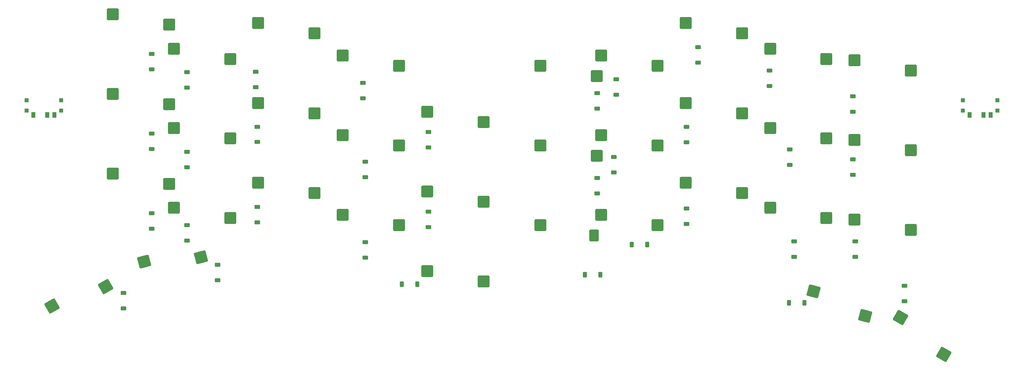
<source format=gbr>
%TF.GenerationSoftware,KiCad,Pcbnew,9.0.4*%
%TF.CreationDate,2025-08-28T00:25:30-07:00*%
%TF.ProjectId,sweepbling-lp__pcb,73776565-7062-46c6-996e-672d6c705f5f,rev?*%
%TF.SameCoordinates,Original*%
%TF.FileFunction,Paste,Bot*%
%TF.FilePolarity,Positive*%
%FSLAX46Y46*%
G04 Gerber Fmt 4.6, Leading zero omitted, Abs format (unit mm)*
G04 Created by KiCad (PCBNEW 9.0.4) date 2025-08-28 00:25:30*
%MOMM*%
%LPD*%
G01*
G04 APERTURE LIST*
G04 Aperture macros list*
%AMRoundRect*
0 Rectangle with rounded corners*
0 $1 Rounding radius*
0 $2 $3 $4 $5 $6 $7 $8 $9 X,Y pos of 4 corners*
0 Add a 4 corners polygon primitive as box body*
4,1,4,$2,$3,$4,$5,$6,$7,$8,$9,$2,$3,0*
0 Add four circle primitives for the rounded corners*
1,1,$1+$1,$2,$3*
1,1,$1+$1,$4,$5*
1,1,$1+$1,$6,$7*
1,1,$1+$1,$8,$9*
0 Add four rect primitives between the rounded corners*
20,1,$1+$1,$2,$3,$4,$5,0*
20,1,$1+$1,$4,$5,$6,$7,0*
20,1,$1+$1,$6,$7,$8,$9,0*
20,1,$1+$1,$8,$9,$2,$3,0*%
G04 Aperture macros list end*
%ADD10RoundRect,0.250000X1.025000X1.000000X-1.025000X1.000000X-1.025000X-1.000000X1.025000X-1.000000X0*%
%ADD11RoundRect,0.250000X1.248893X0.700636X-0.731255X1.231215X-1.248893X-0.700636X0.731255X-1.231215X0*%
%ADD12RoundRect,0.250000X1.387676X0.353525X-0.387676X1.378525X-1.387676X-0.353525X0.387676X-1.378525X0*%
%ADD13RoundRect,0.250000X-1.025000X-1.000000X1.025000X-1.000000X1.025000X1.000000X-1.025000X1.000000X0*%
%ADD14RoundRect,0.200000X-0.800000X-1.050000X0.800000X-1.050000X0.800000X1.050000X-0.800000X1.050000X0*%
%ADD15RoundRect,0.250000X-0.731255X-1.231215X1.248893X-0.700636X0.731255X1.231215X-1.248893X0.700636X0*%
%ADD16RoundRect,0.250000X-0.387676X-1.378525X1.387676X-0.353525X0.387676X1.378525X-1.387676X0.353525X0*%
%ADD17R,0.900000X0.900000*%
%ADD18R,0.900000X1.250000*%
%ADD19RoundRect,0.225000X0.375000X-0.225000X0.375000X0.225000X-0.375000X0.225000X-0.375000X-0.225000X0*%
%ADD20RoundRect,0.225000X-0.225000X-0.375000X0.225000X-0.375000X0.225000X0.375000X-0.225000X0.375000X0*%
%ADD21RoundRect,0.225000X-0.375000X0.225000X-0.375000X-0.225000X0.375000X-0.225000X0.375000X0.225000X0*%
%ADD22RoundRect,0.225000X0.225000X0.375000X-0.225000X0.375000X-0.225000X-0.375000X0.225000X-0.375000X0*%
G04 APERTURE END LIST*
D10*
%TO.C,SW4_r1*%
X58200000Y-39682000D03*
X70200000Y-41882000D03*
%TD*%
D11*
%TO.C,SW16*%
X194632118Y-91552556D03*
X205653826Y-96783422D03*
%TD*%
D10*
%TO.C,SW13*%
X179356000Y-70516000D03*
X167356000Y-68316000D03*
%TD*%
D12*
%TO.C,SW17*%
X222417089Y-105028152D03*
X213124784Y-97122897D03*
%TD*%
D10*
%TO.C,SW12*%
X161356000Y-77374000D03*
X149356000Y-75174000D03*
%TD*%
%TO.C,SW14*%
X197356000Y-75850000D03*
X185356000Y-73650000D03*
%TD*%
%TO.C,SW15*%
X215336000Y-78390000D03*
X203336000Y-76190000D03*
%TD*%
%TO.C,SW3*%
X179356000Y-36382000D03*
X167356000Y-34182000D03*
%TD*%
%TO.C,SW2*%
X161356000Y-43382000D03*
X149356000Y-41182000D03*
%TD*%
%TO.C,SW7*%
X161356000Y-60356000D03*
X149356000Y-58156000D03*
%TD*%
D13*
%TO.C,SW11*%
X136356000Y-77382000D03*
D14*
X147806000Y-79582000D03*
%TD*%
D10*
%TO.C,SW10*%
X215336000Y-61372000D03*
X203336000Y-59172000D03*
%TD*%
%TO.C,SW9*%
X197356000Y-58832000D03*
X185356000Y-56632000D03*
%TD*%
D13*
%TO.C,SW6*%
X136356000Y-60382000D03*
X148356000Y-62582000D03*
%TD*%
D10*
%TO.C,SW5*%
X215356000Y-44382000D03*
X203356000Y-42182000D03*
%TD*%
%TO.C,SW4*%
X197356000Y-41882000D03*
X185356000Y-39682000D03*
%TD*%
D13*
%TO.C,SW1*%
X136356000Y-43382000D03*
X148356000Y-45582000D03*
%TD*%
D10*
%TO.C,SW8*%
X179356000Y-53498000D03*
X167356000Y-51298000D03*
%TD*%
D13*
%TO.C,SW15_r1*%
X45186000Y-66390000D03*
X57186000Y-68590000D03*
%TD*%
D10*
%TO.C,SW9_r1*%
X70200000Y-58832000D03*
X58200000Y-56632000D03*
%TD*%
%TO.C,SW13_r1*%
X88188000Y-70516000D03*
X76188000Y-68316000D03*
%TD*%
%TO.C,SW12_r1*%
X106214000Y-77374000D03*
X94214000Y-75174000D03*
%TD*%
D13*
%TO.C,SW5_r1*%
X45186000Y-32382000D03*
X57186000Y-34582000D03*
%TD*%
D10*
%TO.C,SW1_r1*%
X124232000Y-55382000D03*
X112232000Y-53182000D03*
%TD*%
%TO.C,SW14_r1*%
X70200000Y-75850000D03*
X58200000Y-73650000D03*
%TD*%
%TO.C,SW3_r1*%
X88188000Y-36382000D03*
X76188000Y-34182000D03*
%TD*%
%TO.C,SW11_r1*%
X124232000Y-89382000D03*
X112232000Y-87182000D03*
%TD*%
D13*
%TO.C,SW10_r1*%
X45186000Y-49372000D03*
X57186000Y-51572000D03*
%TD*%
D10*
%TO.C,SW2_r1*%
X106214000Y-43382000D03*
X94214000Y-41182000D03*
%TD*%
%TO.C,SW7_r1*%
X106214000Y-60356000D03*
X94214000Y-58156000D03*
%TD*%
D15*
%TO.C,SW16_r1*%
X51844345Y-85192312D03*
X64004857Y-84211520D03*
%TD*%
D10*
%TO.C,SW8_r1*%
X88188000Y-53498000D03*
X76188000Y-51298000D03*
%TD*%
D16*
%TO.C,SW17_r1*%
X32186911Y-94635848D03*
X43679216Y-90541103D03*
%TD*%
D10*
%TO.C,SW6_r1*%
X124232000Y-72382000D03*
X112232000Y-70182000D03*
%TD*%
D17*
%TO.C,SW_POWER1*%
X233824000Y-52916000D03*
X233824000Y-50716000D03*
X226424000Y-52916000D03*
X226424000Y-50716000D03*
D18*
X227874000Y-53891000D03*
X230874000Y-53891000D03*
X232374000Y-53891000D03*
%TD*%
D17*
%TO.C,SW_POWERR1*%
X34180000Y-52916000D03*
X34180000Y-50716000D03*
X26780000Y-52916000D03*
X26780000Y-50716000D03*
D18*
X28230000Y-53891000D03*
X31230000Y-53891000D03*
X32730000Y-53891000D03*
%TD*%
D19*
%TO.C,D10*%
X76000000Y-59650000D03*
X76000000Y-56350000D03*
%TD*%
D20*
%TO.C,D17*%
X106850000Y-90000000D03*
X110150000Y-90000000D03*
%TD*%
D19*
%TO.C,D7*%
X61000000Y-65000000D03*
X61000000Y-61700000D03*
%TD*%
%TO.C,D12*%
X99000000Y-84300000D03*
X99000000Y-81000000D03*
%TD*%
%TO.C,D13*%
X99000000Y-67150000D03*
X99000000Y-63850000D03*
%TD*%
D21*
%TO.C,D34*%
X214000000Y-90350000D03*
X214000000Y-93650000D03*
%TD*%
D19*
%TO.C,D19*%
X152500000Y-49506000D03*
X152500000Y-46206000D03*
%TD*%
%TO.C,D20*%
X170000000Y-42648000D03*
X170000000Y-39348000D03*
%TD*%
%TO.C,D5*%
X67500000Y-89150000D03*
X67500000Y-85850000D03*
%TD*%
%TO.C,D8*%
X61000000Y-48000000D03*
X61000000Y-44700000D03*
%TD*%
%TO.C,D18*%
X148500000Y-52500000D03*
X148500000Y-49200000D03*
%TD*%
%TO.C,D32*%
X203500000Y-84150000D03*
X203500000Y-80850000D03*
%TD*%
%TO.C,D26*%
X189500000Y-64500000D03*
X189500000Y-61200000D03*
%TD*%
%TO.C,D3*%
X53500000Y-78150000D03*
X53500000Y-74850000D03*
%TD*%
D22*
%TO.C,D29*%
X159150000Y-81500000D03*
X155850000Y-81500000D03*
%TD*%
D20*
%TO.C,D33*%
X189350000Y-94000000D03*
X192650000Y-94000000D03*
%TD*%
D19*
%TO.C,D24*%
X152000000Y-66150000D03*
X152000000Y-62850000D03*
%TD*%
%TO.C,D1*%
X53500000Y-44150000D03*
X53500000Y-40850000D03*
%TD*%
%TO.C,D2*%
X53500000Y-61150000D03*
X53500000Y-57850000D03*
%TD*%
%TO.C,D22*%
X203000000Y-53150000D03*
X203000000Y-49850000D03*
%TD*%
%TO.C,D31*%
X190500000Y-84150000D03*
X190500000Y-80850000D03*
%TD*%
%TO.C,D21*%
X185206000Y-47650000D03*
X185206000Y-44350000D03*
%TD*%
%TO.C,D14*%
X98500000Y-50300000D03*
X98500000Y-47000000D03*
%TD*%
%TO.C,D15*%
X112500000Y-60800000D03*
X112500000Y-57500000D03*
%TD*%
%TO.C,D27*%
X203000000Y-66650000D03*
X203000000Y-63350000D03*
%TD*%
%TO.C,D30*%
X167500000Y-77150000D03*
X167500000Y-73850000D03*
%TD*%
%TO.C,D25*%
X167500000Y-59666000D03*
X167500000Y-56366000D03*
%TD*%
%TO.C,D11*%
X76000000Y-76800000D03*
X76000000Y-73500000D03*
%TD*%
%TO.C,D9*%
X75692000Y-47932000D03*
X75692000Y-44632000D03*
%TD*%
%TO.C,D4*%
X47500000Y-95150000D03*
X47500000Y-91850000D03*
%TD*%
%TO.C,D16*%
X112500000Y-77800000D03*
X112500000Y-74500000D03*
%TD*%
D22*
%TO.C,D28*%
X149150000Y-88000000D03*
X145850000Y-88000000D03*
%TD*%
D19*
%TO.C,D23*%
X148500000Y-70650000D03*
X148500000Y-67350000D03*
%TD*%
%TO.C,D6*%
X61000000Y-80650000D03*
X61000000Y-77350000D03*
%TD*%
M02*

</source>
